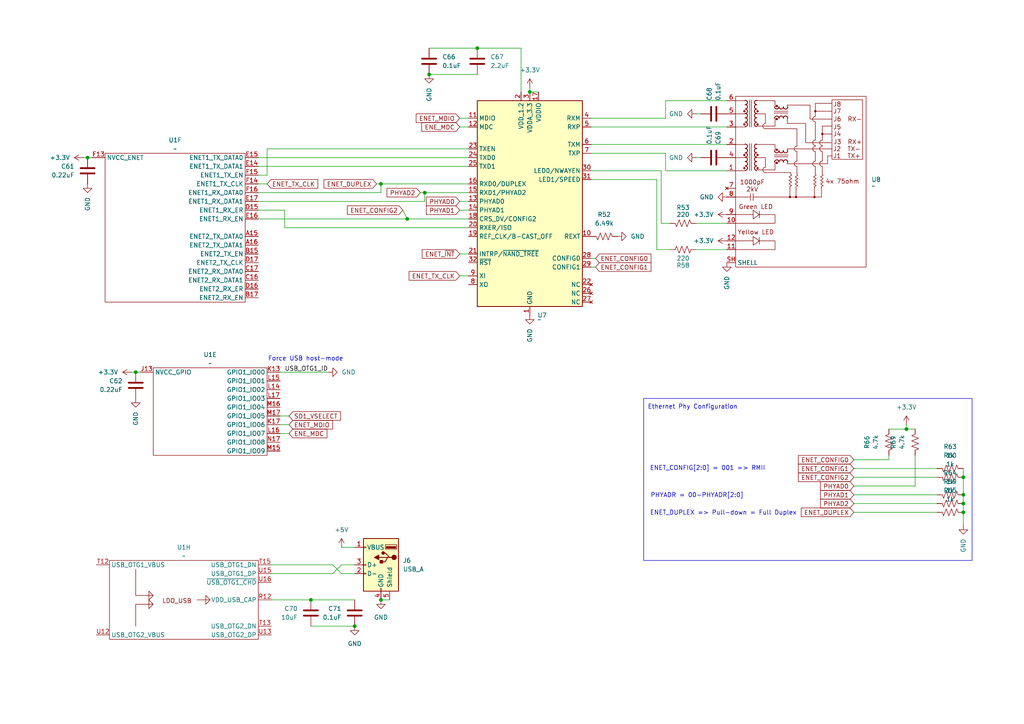
<source format=kicad_sch>
(kicad_sch (version 20231120) (generator "eeschema") (generator_version "8.0")
  (paper "A4")
  (lib_symbols
    (symbol "Connector:USB_A" (pin_names (offset 1.016))
      (property "Reference" "J" (at -5.08 11.43 0))
      (property "Value" "USB_A" (at -5.08 8.89 0))
      (symbol "USB_A_1_1"
        (pin power_in line (at 7.62 5.08 180) (length 2.54) (name "VBUS") (number "1"))
        (pin bidirectional line (at 7.62 -2.54 180) (length 2.54) (name "D-") (number "2"))
        (pin bidirectional line (at 7.62 0 180) (length 2.54) (name "D+") (number "3"))
        (pin power_in line (at 0 -10.16 90) (length 2.54) (name "GND") (number "4"))
        (pin passive line (at -2.54 -10.16 90) (length 2.54) (name "Shield") (number "5"))
      )
    )
    (symbol "Device:C" (pin_numbers hide) (pin_names (offset 0.254))
      (property "Reference" "C" (at 0.635 2.54 0))
      (property "Value" "C" (at 0.635 -2.54 0))
      (symbol "C_1_1"
        (pin passive line (at 0 3.81 270) (length 2.794) (name "~") (number "1"))
        (pin passive line (at 0 -3.81 90) (length 2.794) (name "~") (number "2"))
      )
    )
    (symbol "Device:R_US" (pin_numbers hide) (pin_names (offset 0))
      (property "Reference" "R" (at 2.54 0 90))
      (property "Value" "R_US" (at -2.54 0 90))
      (symbol "R_US_1_1"
        (pin passive line (at 0 3.81 270) (length 1.27) (name "~") (number "1"))
        (pin passive line (at 0 -3.81 90) (length 1.27) (name "~") (number "2"))
      )
    )
    (symbol "imx6:MCIMX6Y2CVM08AB"
      (property "Reference" "U" (at -16.002 20.574 0))
      (symbol "MCIMX6Y2CVM08AB_1_1"
        (text "LDO_1P1" (at 1.016 -2.54 0) (effects (font (size 1.27 1.27))))
        (text "LDO_2P5" (at 1.27 2.54 0) (effects (font (size 1.27 1.27))))
        (text "LDO_ARM_SOC" (at 0.508 10.16 0) (effects (font (size 1.27 1.27))))
        (text "LDO_SNVS" (at 1.016 -8.89 0) (effects (font (size 1.27 1.27))))
        (text "POWER" (at 22.606 -16.256 0) (effects (font (size 1.27 1.27))))
        (pin power_in line (at -25.4 -13.97 0) (length 3.81) (name "VSS") (number "A1"))
        (pin power_in line (at -25.4 -13.97 0) (length 3.81) hide (name "VSS") (number "A17"))
        (pin power_in line (at -25.4 -13.97 0) (length 3.81) hide (name "VSS") (number "C11"))
        (pin power_in line (at -25.4 -13.97 0) (length 3.81) hide (name "VSS") (number "C15"))
        (pin power_in line (at -25.4 -13.97 0) (length 3.81) hide (name "VSS") (number "C3"))
        (pin power_in line (at -25.4 -13.97 0) (length 3.81) hide (name "VSS") (number "C7"))
        (pin power_in line (at -25.4 -13.97 0) (length 3.81) hide (name "VSS") (number "E11"))
        (pin power_in line (at -25.4 -13.97 0) (length 3.81) hide (name "VSS") (number "E8"))
        (pin power_in line (at -25.4 -13.97 0) (length 3.81) hide (name "VSS") (number "F10"))
        (pin power_in line (at -25.4 -13.97 0) (length 3.81) hide (name "VSS") (number "F11"))
        (pin power_in line (at -25.4 -13.97 0) (length 3.81) hide (name "VSS") (number "F12"))
        (pin power_in line (at -25.4 -13.97 0) (length 3.81) hide (name "VSS") (number "F6"))
        (pin power_in line (at -25.4 -13.97 0) (length 3.81) hide (name "VSS") (number "F7"))
        (pin power_in line (at -25.4 -13.97 0) (length 3.81) hide (name "VSS") (number "F8"))
        (pin power_in line (at -25.4 -13.97 0) (length 3.81) hide (name "VSS") (number "F9"))
        (pin power_out line (at 30.48 12.7 180) (length 3.81) hide (name "VDD_ARM_CAP") (number "G10"))
        (pin power_out line (at 30.48 12.7 180) (length 3.81) hide (name "VDD_ARM_CAP") (number "G11"))
        (pin power_in line (at -25.4 -13.97 0) (length 3.81) hide (name "VSS") (number "G12"))
        (pin power_in line (at -25.4 -13.97 0) (length 3.81) hide (name "VSS") (number "G15"))
        (pin power_in line (at -25.4 -13.97 0) (length 3.81) hide (name "VSS") (number "G3"))
        (pin power_in line (at -25.4 -13.97 0) (length 3.81) hide (name "VSS") (number "G5"))
        (pin power_in line (at -25.4 -13.97 0) (length 3.81) hide (name "VSS") (number "G7"))
        (pin power_out line (at 30.48 7.62 180) (length 3.81) (name "VDD_SOC_CAP") (number "G8"))
        (pin power_out line (at 30.48 12.7 180) (length 3.81) (name "VDD_ARM_CAP") (number "G9"))
        (pin power_in line (at -25.4 10.16 0) (length 3.81) hide (name "VDD_SOC_IN") (number "H10"))
        (pin power_out line (at 30.48 12.7 180) (length 3.81) hide (name "VDD_ARM_CAP") (number "H11"))
        (pin power_in line (at -25.4 -13.97 0) (length 3.81) hide (name "VSS") (number "H12"))
        (pin power_in line (at -25.4 -13.97 0) (length 3.81) hide (name "VSS") (number "H7"))
        (pin power_out line (at 30.48 7.62 180) (length 3.81) hide (name "VDD_SOC_CAP") (number "H8"))
        (pin power_in line (at -25.4 10.16 0) (length 3.81) (name "VDD_SOC_IN") (number "H9"))
        (pin power_in line (at -25.4 10.16 0) (length 3.81) hide (name "VDD_SOC_IN") (number "J10"))
        (pin power_out line (at 30.48 7.62 180) (length 3.81) hide (name "VDD_SOC_CAP") (number "J11"))
        (pin power_in line (at -25.4 -13.97 0) (length 3.81) hide (name "VSS") (number "J12"))
        (pin power_in line (at -25.4 -13.97 0) (length 3.81) hide (name "VSS") (number "J5"))
        (pin power_in line (at -25.4 -13.97 0) (length 3.81) hide (name "VSS") (number "J7"))
        (pin power_out line (at 30.48 7.62 180) (length 3.81) hide (name "VDD_SOC_CAP") (number "J8"))
        (pin power_in line (at -25.4 10.16 0) (length 3.81) hide (name "VDD_SOC_IN") (number "J9"))
        (pin power_in line (at -25.4 10.16 0) (length 3.81) hide (name "VDD_SOC_IN") (number "K10"))
        (pin power_out line (at 30.48 7.62 180) (length 3.81) hide (name "VDD_SOC_CAP") (number "K11"))
        (pin power_in line (at -25.4 -13.97 0) (length 3.81) hide (name "VSS") (number "K12"))
        (pin power_in line (at -25.4 -13.97 0) (length 3.81) hide (name "VSS") (number "K7"))
        (pin power_out line (at 30.48 7.62 180) (length 3.81) hide (name "VDD_SOC_CAP") (number "K8"))
        (pin power_in line (at -25.4 10.16 0) (length 3.81) hide (name "VDD_SOC_IN") (number "K9"))
        (pin power_out line (at 30.48 7.62 180) (length 3.81) hide (name "VDD_SOC_CAP") (number "L10"))
        (pin power_out line (at 30.48 7.62 180) (length 3.81) hide (name "VDD_SOC_CAP") (number "L11"))
        (pin power_in line (at -25.4 -13.97 0) (length 3.81) hide (name "VSS") (number "L12"))
        (pin power_in line (at -25.4 -13.97 0) (length 3.81) hide (name "VSS") (number "L3"))
        (pin power_in line (at -25.4 -13.97 0) (length 3.81) hide (name "VSS") (number "L7"))
        (pin power_out line (at 30.48 7.62 180) (length 3.81) hide (name "VDD_SOC_CAP") (number "L8"))
        (pin power_out line (at 30.48 7.62 180) (length 3.81) hide (name "VDD_SOC_CAP") (number "L9"))
        (pin power_in line (at -25.4 -13.97 0) (length 3.81) hide (name "VSS") (number "M10"))
        (pin power_in line (at -25.4 -13.97 0) (length 3.81) hide (name "VSS") (number "M11"))
        (pin power_in line (at -25.4 -16.51 0) (length 3.81) (name "NGND_KEL0") (number "M12"))
        (pin power_in line (at -25.4 -13.97 0) (length 3.81) hide (name "VSS") (number "M7"))
        (pin power_in line (at -25.4 -13.97 0) (length 3.81) hide (name "VSS") (number "M8"))
        (pin power_in line (at -25.4 -13.97 0) (length 3.81) hide (name "VSS") (number "M9"))
        (pin power_out line (at 30.48 -8.89 180) (length 3.81) (name "VDD_SNVS_CAP") (number "N12"))
        (pin power_in line (at -25.4 0 0) (length 3.81) (name "VDD_HIGH_IN") (number "N13"))
        (pin power_in line (at -25.4 -13.97 0) (length 3.81) hide (name "VSS") (number "N3"))
        (pin power_in line (at -25.4 -13.97 0) (length 3.81) hide (name "VSS") (number "N5"))
        (pin power_in line (at -25.4 -8.89 0) (length 3.81) (name "VDD_SNVS_IN") (number "P12"))
        (pin power_out line (at 30.48 -2.54 180) (length 3.81) (name "NVCC_PLL") (number "P13"))
        (pin power_in line (at -25.4 -13.97 0) (length 3.81) hide (name "VSS") (number "R11"))
        (pin power_out line (at 30.48 2.54 180) (length 3.81) (name "VDD_HIGH_CAP") (number "R14"))
        (pin power_out line (at 30.48 2.54 180) (length 3.81) hide (name "VDD_HIGH_CAP") (number "R15"))
        (pin power_in line (at -25.4 -13.97 0) (length 3.81) hide (name "VSS") (number "R16"))
        (pin power_in line (at -25.4 -13.97 0) (length 3.81) hide (name "VSS") (number "R17"))
        (pin power_in line (at -25.4 -13.97 0) (length 3.81) hide (name "VSS") (number "R3"))
        (pin power_in line (at -25.4 -13.97 0) (length 3.81) hide (name "VSS") (number "R5"))
        (pin power_in line (at -25.4 -13.97 0) (length 3.81) hide (name "VSS") (number "R7"))
        (pin power_in line (at -25.4 -13.97 0) (length 3.81) hide (name "VSS") (number "T14"))
        (pin power_in line (at -25.4 -13.97 0) (length 3.81) hide (name "VSS") (number "U1"))
        (pin power_in line (at -25.4 -13.97 0) (length 3.81) hide (name "VSS") (number "U14"))
        (pin power_in line (at -25.4 -13.97 0) (length 3.81) hide (name "VSS") (number "U17"))
      )
      (symbol "MCIMX6Y2CVM08AB_2_1"
        (pin bidirectional line (at 20.32 -43.18 180) (length 3.81) (name "DRAM_ODT1") (number "F1"))
        (pin output line (at -26.67 -17.78 0) (length 3.81) (name "DRAM_ADDR14") (number "G1"))
        (pin output line (at -26.67 2.54 0) (length 3.81) (name "DRAM_ADDR06") (number "G2"))
        (pin passive line (at -26.67 -60.96 0) (length 3.81) (name "DRAM_RESET") (number "G4"))
        (pin power_in line (at 20.32 -58.42 180) (length 3.81) (name "NVCC_DRAM") (number "G6"))
        (pin output line (at -26.67 -27.94 0) (length 3.81) (name "DRAM_SDBA1") (number "H1"))
        (pin output line (at -26.67 15.24 0) (length 3.81) (name "DRAM_ADDR01") (number "H2"))
        (pin output line (at -26.67 -15.24 0) (length 3.81) (name "DRAM_ADDR13") (number "H3"))
        (pin output line (at -26.67 0 0) (length 3.81) (name "DRAM_ADDR07") (number "H4"))
        (pin output line (at -26.67 -38.1 0) (length 3.81) (name "~{DRAM_CS1}") (number "H5"))
        (pin power_in line (at 20.32 -58.42 180) (length 3.81) hide (name "NVCC_DRAM") (number "H6"))
        (pin output line (at -26.67 -48.26 0) (length 3.81) (name "~{DRAM_SDWE}") (number "J1"))
        (pin output line (at -26.67 -45.72 0) (length 3.81) (name "~{DRAM_CAS}") (number "J2"))
        (pin passive line (at 20.32 -50.8 180) (length 3.81) (name "DRAM_SDCKE1") (number "J3"))
        (pin output line (at -26.67 -2.54 0) (length 3.81) (name "DRAM_ADDR08") (number "J4"))
        (pin power_in line (at 20.32 -58.42 180) (length 3.81) hide (name "NVCC_DRAM") (number "J6"))
        (pin output line (at -26.67 12.7 0) (length 3.81) (name "DRAM_ADDR02") (number "K1"))
        (pin output line (at -26.67 -30.48 0) (length 3.81) (name "DRAM_SDBA2") (number "K2"))
        (pin output line (at -26.67 -10.16 0) (length 3.81) (name "DRAM_ADDR11") (number "K3"))
        (pin output line (at -26.67 7.62 0) (length 3.81) (name "DRAM_ADDR04") (number "K4"))
        (pin output line (at -26.67 -20.32 0) (length 3.81) (name "DRAM_ADDR15") (number "K5"))
        (pin power_in line (at 20.32 -58.42 180) (length 3.81) hide (name "NVCC_DRAM") (number "K6"))
        (pin output line (at -26.67 5.08 0) (length 3.81) (name "DRAM_ADDR05") (number "L1"))
        (pin output line (at -26.67 -5.08 0) (length 3.81) (name "DRAM_ADDR09") (number "L2"))
        (pin output line (at -26.67 -12.7 0) (length 3.81) (name "DRAM_ADDR12") (number "L4"))
        (pin output line (at -26.67 17.78 0) (length 3.81) (name "DRAM_ADDR00") (number "L5"))
        (pin power_in line (at 20.32 -58.42 180) (length 3.81) hide (name "NVCC_DRAM") (number "L6"))
        (pin output line (at -26.67 -25.4 0) (length 3.81) (name "DRAM_SDBA0") (number "M1"))
        (pin output line (at -26.67 10.16 0) (length 3.81) (name "DRAM_ADDR03") (number "M2"))
        (pin passive line (at 20.32 -53.34 180) (length 3.81) (name "DRAM_SDCKE0") (number "M3"))
        (pin output line (at -26.67 -7.62 0) (length 3.81) (name "DRAM_ADDR10") (number "M4"))
        (pin output line (at -26.67 -43.18 0) (length 3.81) (name "~{DRAM_RAS}") (number "M5"))
        (pin power_in line (at 20.32 -58.42 180) (length 3.81) hide (name "NVCC_DRAM") (number "M6"))
        (pin bidirectional line (at 20.32 -45.72 180) (length 3.81) (name "DRAM_ODT0") (number "N1"))
        (pin output line (at -26.67 -35.56 0) (length 3.81) (name "~{DRAM_CS0}") (number "N2"))
        (pin passive line (at -26.67 -66.04 0) (length 3.81) (name "DRAM_ZQPAD") (number "N4"))
        (pin power_in line (at -26.67 -71.12 0) (length 3.81) (name "NVCC_DRAM_2P5") (number "N6"))
        (pin output line (at -26.67 -53.34 0) (length 3.81) (name "DRAM_SDCLK0_P") (number "P1"))
        (pin output line (at -26.67 -55.88 0) (length 3.81) (name "DRAM_SDCLK0_N") (number "P2"))
        (pin bidirectional line (at 20.32 -25.4 180) (length 3.81) (name "DRAM_DATA13") (number "P3"))
        (pin power_in line (at -26.67 -76.2 0) (length 3.81) (name "DRAM_VREF") (number "P4"))
        (pin bidirectional line (at 20.32 -22.86 180) (length 3.81) (name "DRAM_DATA12") (number "P5"))
        (pin bidirectional line (at 20.32 -2.54 180) (length 3.81) (name "DRAM_SDQS0_P") (number "P6"))
        (pin bidirectional line (at 20.32 -5.08 180) (length 3.81) (name "DRAM_SDQS0_N") (number "P7"))
        (pin bidirectional line (at 20.32 -30.48 180) (length 3.81) (name "DRAM_DATA15") (number "R1"))
        (pin bidirectional line (at 20.32 -27.94 180) (length 3.81) (name "DRAM_DATA14") (number "R2"))
        (pin bidirectional line (at 20.32 -20.32 180) (length 3.81) (name "DRAM_DATA11") (number "R4"))
        (pin bidirectional line (at 20.32 -33.02 180) (length 3.81) (name "DRAM_SDQS1_P") (number "T1"))
        (pin bidirectional line (at 20.32 -35.56 180) (length 3.81) (name "DRAM_SDQS1_N") (number "T2"))
        (pin bidirectional line (at 20.32 -38.1 180) (length 3.81) (name "DRAM_DQM1") (number "T3"))
        (pin bidirectional line (at 20.32 17.78 180) (length 3.81) (name "DRAM_DATA00") (number "T4"))
        (pin bidirectional line (at 20.32 2.54 180) (length 3.81) (name "DRAM_DATA06") (number "T5"))
        (pin bidirectional line (at 20.32 12.7 180) (length 3.81) (name "DRAM_DATA02") (number "T6"))
        (pin bidirectional line (at 20.32 -7.62 180) (length 3.81) (name "DRAM_DQM0") (number "T7"))
        (pin bidirectional line (at 20.32 5.08 180) (length 3.81) (name "DRAM_DATA05") (number "T8"))
        (pin bidirectional line (at 20.32 -12.7 180) (length 3.81) (name "DRAM_DATA08") (number "U2"))
        (pin bidirectional line (at 20.32 -15.24 180) (length 3.81) (name "DRAM_DATA09") (number "U3"))
        (pin bidirectional line (at 20.32 0 180) (length 3.81) (name "DRAM_DATA07") (number "U4"))
        (pin bidirectional line (at 20.32 -17.78 180) (length 3.81) (name "DRAM_DATA10") (number "U5"))
        (pin bidirectional line (at 20.32 15.24 180) (length 3.81) (name "DRAM_DATA01") (number "U6"))
        (pin bidirectional line (at 20.32 10.16 180) (length 3.81) (name "DRAM_DATA03") (number "U7"))
        (pin bidirectional line (at 20.32 7.62 180) (length 3.81) (name "DRAM_DATA04") (number "U8"))
      )
      (symbol "MCIMX6Y2CVM08AB_3_1"
        (pin passive line (at 16.51 -5.08 180) (length 3.81) (name "~{NAND_READY}") (number "A3"))
        (pin passive line (at 16.51 5.08 180) (length 3.81) (name "NAND_CLE") (number "A4"))
        (pin passive line (at 16.51 -30.48 180) (length 3.81) (name "NAND_DATA07") (number "A5"))
        (pin passive line (at 16.51 -27.94 180) (length 3.81) (name "NAND_DATA06") (number "A6"))
        (pin passive line (at 16.51 -17.78 180) (length 3.81) (name "NAND_DATA02") (number "A7"))
        (pin passive line (at 16.51 7.62 180) (length 3.81) (name "NAND_ALE") (number "B4"))
        (pin passive line (at 16.51 12.7 180) (length 3.81) (name "~{NAND_CE1}") (number "B5"))
        (pin passive line (at 16.51 -25.4 180) (length 3.81) (name "NAND_DATA05") (number "B6"))
        (pin passive line (at 16.51 -15.24 180) (length 3.81) (name "NAND_DATA01") (number "B7"))
        (pin passive line (at 16.51 15.24 180) (length 3.81) (name "~{NAND_CE0}") (number "C5"))
        (pin passive line (at 16.51 -22.86 180) (length 3.81) (name "NAND_DATA04") (number "C6"))
        (pin passive line (at 16.51 0 180) (length 3.81) (name "~{NAND_WE}") (number "C8"))
        (pin passive line (at 16.51 -2.54 180) (length 3.81) (name "~{NAND_WP}") (number "D5"))
        (pin passive line (at 16.51 -20.32 180) (length 3.81) (name "NAND_DATA03") (number "D6"))
        (pin passive line (at 16.51 -12.7 180) (length 3.81) (name "NAND_DATA00") (number "D7"))
        (pin passive line (at 16.51 2.54 180) (length 3.81) (name "~{NAND_RE}") (number "D8"))
        (pin passive line (at 16.51 -7.62 180) (length 3.81) (name "NAND_DQS") (number "E6"))
        (pin power_in line (at -22.86 15.24 0) (length 3.81) (name "NVCC_NAND") (number "E7"))
      )
      (symbol "MCIMX6Y2CVM08AB_4_1"
        (pin passive line (at 10.16 -22.86 180) (length 3.81) (name "CSI_DATA07") (number "D1"))
        (pin passive line (at 10.16 -20.32 180) (length 3.81) (name "CSI_DATA06") (number "D2"))
        (pin passive line (at 10.16 -17.78 180) (length 3.81) (name "CSI_DATA05") (number "D3"))
        (pin passive line (at 10.16 -15.24 180) (length 3.81) (name "CSI_DATA04") (number "D4"))
        (pin passive line (at 10.16 -12.7 180) (length 3.81) (name "CSI_DATA03") (number "E1"))
        (pin passive line (at 10.16 -10.16 180) (length 3.81) (name "CSI_DATA02") (number "E2"))
        (pin passive line (at 10.16 -7.62 180) (length 3.81) (name "CSI_DATA01") (number "E3"))
        (pin passive line (at 10.16 -5.08 180) (length 3.81) (name "CSI_DATA00") (number "E4"))
        (pin passive line (at 10.16 7.62 180) (length 3.81) (name "CSI_PIXCLK") (number "E5"))
        (pin passive line (at 10.16 2.54 180) (length 3.81) (name "CSI_VSYNC") (number "F2"))
        (pin passive line (at 10.16 0 180) (length 3.81) (name "CSI_HSYNC") (number "F3"))
        (pin power_in line (at -30.48 10.16 0) (length 3.81) (name "NVCC_CSI") (number "F4"))
        (pin passive line (at 10.16 10.16 180) (length 3.81) (name "CSI_MCLK") (number "F5"))
      )
      (symbol "MCIMX6Y2CVM08AB_5_1"
        (pin power_in line (at -25.4 12.7 0) (length 3.81) (name "NVCC_GPIO") (number "J13"))
        (pin passive line (at 15.24 12.7 180) (length 3.81) (name "GPIO1_IO00") (number "K13"))
        (pin passive line (at 15.24 -2.54 180) (length 3.81) (name "GPIO1_IO06") (number "K17"))
        (pin passive line (at 15.24 7.62 180) (length 3.81) (name "GPIO1_IO02") (number "L14"))
        (pin passive line (at 15.24 10.16 180) (length 3.81) (name "GPIO1_IO01") (number "L15"))
        (pin passive line (at 15.24 -5.08 180) (length 3.81) (name "GPIO1_IO07") (number "L16"))
        (pin passive line (at 15.24 5.08 180) (length 3.81) (name "GPIO1_IO03") (number "L17"))
        (pin passive line (at 15.24 -10.16 180) (length 3.81) (name "GPIO1_IO09") (number "M15"))
        (pin passive line (at 15.24 2.54 180) (length 3.81) (name "GPIO1_IO04") (number "M16"))
        (pin passive line (at 15.24 0 180) (length 3.81) (name "GPIO1_IO05") (number "M17"))
        (pin passive line (at 15.24 -7.62 180) (length 3.81) (name "GPIO1_IO08") (number "N17"))
      )
      (symbol "MCIMX6Y2CVM08AB_6_1"
        (pin passive line (at 21.59 -7.62 180) (length 3.81) (name "ENET2_TX_DATA0") (number "A15"))
        (pin passive line (at 21.59 -10.16 180) (length 3.81) (name "ENET2_TX_DATA1") (number "A16"))
        (pin passive line (at 21.59 -12.7 180) (length 3.81) (name "ENET2_TX_EN") (number "B15"))
        (pin passive line (at 21.59 -25.4 180) (length 3.81) (name "ENET2_RX_EN") (number "B17"))
        (pin passive line (at 21.59 -20.32 180) (length 3.81) (name "ENET2_RX_DATA1") (number "C16"))
        (pin passive line (at 21.59 -17.78 180) (length 3.81) (name "ENET2_RX_DATA0") (number "C17"))
        (pin passive line (at 21.59 0 180) (length 3.81) (name "ENET1_RX_ER") (number "D15"))
        (pin passive line (at 21.59 -22.86 180) (length 3.81) (name "ENET2_RX_ER") (number "D16"))
        (pin passive line (at 21.59 -15.24 180) (length 3.81) (name "ENET2_TX_CLK") (number "D17"))
        (pin passive line (at 21.59 12.7 180) (length 3.81) (name "ENET1_TX_DATA1") (number "E14"))
        (pin passive line (at 21.59 15.24 180) (length 3.81) (name "ENET1_TX_DATA0") (number "E15"))
        (pin passive line (at 21.59 -2.54 180) (length 3.81) (name "ENET1_RX_EN") (number "E16"))
        (pin passive line (at 21.59 2.54 180) (length 3.81) (name "ENET1_RX_DATA1") (number "E17"))
        (pin power_in line (at -26.67 15.24 0) (length 3.81) (name "NVCC_ENET") (number "F13"))
        (pin passive line (at 21.59 7.62 180) (length 3.81) (name "ENET1_TX_CLK") (number "F14"))
        (pin passive line (at 21.59 10.16 180) (length 3.81) (name "ENET1_TX_EN") (number "F15"))
        (pin passive line (at 21.59 5.08 180) (length 3.81) (name "ENET1_RX_DATA0") (number "F16"))
      )
      (symbol "MCIMX6Y2CVM08AB_7_1"
        (pin passive line (at 16.51 -16.51 180) (length 3.81) (name "LCD_DATA06") (number "A10"))
        (pin passive line (at 16.51 -24.13 180) (length 3.81) (name "LCD_DATA09") (number "A11"))
        (pin passive line (at 16.51 -36.83 180) (length 3.81) (name "LCD_DATA14") (number "A12"))
        (pin passive line (at 16.51 -46.99 180) (length 3.81) (name "LCD_DATA18") (number "A13"))
        (pin passive line (at 16.51 -57.15 180) (length 3.81) (name "LCD_DATA22") (number "A14"))
        (pin output line (at 16.51 16.51 180) (length 3.81) (name "LCD_CLK") (number "A8"))
        (pin passive line (at 16.51 -3.81 180) (length 3.81) (name "LCD_DATA01") (number "A9"))
        (pin passive line (at 16.51 -13.97 180) (length 3.81) (name "LCD_DATA05") (number "B10"))
        (pin passive line (at 16.51 -21.59 180) (length 3.81) (name "LCD_DATA08") (number "B11"))
        (pin passive line (at 16.51 -34.29 180) (length 3.81) (name "LCD_DATA13") (number "B12"))
        (pin passive line (at 16.51 -44.45 180) (length 3.81) (name "LCD_DATA17") (number "B13"))
        (pin passive line (at 16.51 -54.61 180) (length 3.81) (name "LCD_DATA21") (number "B14"))
        (pin passive line (at 16.51 -59.69 180) (length 3.81) (name "LCD_DATA23") (number "B16"))
        (pin output line (at 16.51 11.43 180) (length 3.81) (name "LCD_ENABLE") (number "B8"))
        (pin passive line (at 16.51 -1.27 180) (length 3.81) (name "LCD_DATA00") (number "B9"))
        (pin passive line (at 16.51 -11.43 180) (length 3.81) (name "LCD_DATA04") (number "C10"))
        (pin passive line (at 16.51 -31.75 180) (length 3.81) (name "LCD_DATA12") (number "C12"))
        (pin passive line (at 16.51 -41.91 180) (length 3.81) (name "LCD_DATA16") (number "C13"))
        (pin passive line (at 16.51 -52.07 180) (length 3.81) (name "LCD_DATA20") (number "C14"))
        (pin output line (at 16.51 6.35 180) (length 3.81) (name "LCD_VSYNC") (number "C9"))
        (pin passive line (at 16.51 -8.89 180) (length 3.81) (name "LCD_DATA03") (number "D10"))
        (pin passive line (at 16.51 -19.05 180) (length 3.81) (name "LCD_DATA07") (number "D11"))
        (pin passive line (at 16.51 -29.21 180) (length 3.81) (name "LCD_DATA11") (number "D12"))
        (pin passive line (at 16.51 -39.37 180) (length 3.81) (name "LCD_DATA15") (number "D13"))
        (pin passive line (at 16.51 -49.53 180) (length 3.81) (name "LCD_DATA19") (number "D14"))
        (pin output line (at 16.51 8.89 180) (length 3.81) (name "LCD_HSYNC") (number "D9"))
        (pin passive line (at 16.51 -6.35 180) (length 3.81) (name "LCD_DATA02") (number "E10"))
        (pin passive line (at 16.51 -26.67 180) (length 3.81) (name "LCD_DATA10") (number "E12"))
        (pin power_in line (at -19.05 16.51 0) (length 3.81) (name "NVCC_LCD") (number "E13"))
        (pin output line (at 16.51 3.81 180) (length 3.81) (name "LCD_RESET") (number "E9"))
      )
      (symbol "MCIMX6Y2CVM08AB_8_1"
        (text "LDO_USB" (at -3.302 -4.064 0) (effects (font (size 1.27 1.27))))
        (pin power_out line (at 24.13 -3.81 180) (length 3.81) (name "VDD_USB_CAP") (number "R12"))
        (pin power_in line (at -26.67 6.35 0) (length 3.81) (name "USB_OTG1_VBUS") (number "T12"))
        (pin passive line (at 24.13 -11.43 180) (length 3.81) (name "USB_OTG2_DN") (number "T13"))
        (pin passive line (at 24.13 6.35 180) (length 3.81) (name "USB_OTG1_DN") (number "T15"))
        (pin power_in line (at -26.67 -13.97 0) (length 3.81) (name "USB_OTG2_VBUS") (number "U12"))
        (pin passive line (at 24.13 -13.97 180) (length 3.81) (name "USB_OTG2_DP") (number "U13"))
        (pin passive line (at 24.13 3.81 180) (length 3.81) (name "USB_OTG1_DP") (number "U15"))
        (pin passive line (at 24.13 1.27 180) (length 3.81) (name "~{USB_OTG1_CHD}") (number "U16"))
      )
      (symbol "MCIMX6Y2CVM08AB_9_1"
        (pin passive line (at 13.97 -10.16 180) (length 3.81) (name "SD1_DATA3") (number "A2"))
        (pin passive line (at 13.97 -7.62 180) (length 3.81) (name "SD1_DATA2") (number "B1"))
        (pin passive line (at 13.97 -5.08 180) (length 3.81) (name "SD1_DATA1") (number "B2"))
        (pin passive line (at 13.97 -2.54 180) (length 3.81) (name "SD1_DATA0") (number "B3"))
        (pin passive line (at 13.97 5.08 180) (length 3.81) (name "SD1_CLK") (number "C1"))
        (pin passive line (at 13.97 2.54 180) (length 3.81) (name "SD1_CMD") (number "C2"))
        (pin power_in line (at -24.13 5.08 0) (length 3.81) (name "NVCC_SD1") (number "C4"))
      )
      (symbol "MCIMX6Y2CVM08AB_10_1"
        (pin power_in line (at -17.78 1.27 0) (length 3.81) (name "VDDA_ADC_3P3") (number "L13"))
        (pin power_in line (at -17.78 -3.81 0) (length 3.81) (name "ADC_VREFH") (number "M13"))
      )
      (symbol "MCIMX6Y2CVM08AB_11_1"
        (pin passive line (at 24.13 -59.69 180) (length 3.81) (name "UART5_TX_DATA") (number "F17"))
        (pin passive line (at 24.13 -62.23 180) (length 3.81) (name "UART5_RX_DATA") (number "G13"))
        (pin passive line (at 24.13 -44.45 180) (length 3.81) (name "~{UART3_RTS}") (number "G14"))
        (pin passive line (at 24.13 -54.61 180) (length 3.81) (name "UART4_RX_DATA") (number "G16"))
        (pin passive line (at 24.13 -52.07 180) (length 3.81) (name "UART4_TX_DATA") (number "G17"))
        (pin power_in line (at 24.13 -8.89 180) (length 3.81) (name "NVCC_UART") (number "H13"))
        (pin passive line (at 24.13 -31.75 180) (length 3.81) (name "~{UART2_RTS}") (number "H14"))
        (pin passive line (at 24.13 -46.99 180) (length 3.81) (name "~{UART3_CTS}") (number "H15"))
        (pin passive line (at 24.13 -41.91 180) (length 3.81) (name "UART3_RX_DATA") (number "H16"))
        (pin passive line (at 24.13 -39.37 180) (length 3.81) (name "UART3_TX_DATA") (number "H17"))
        (pin passive line (at 24.13 -19.05 180) (length 3.81) (name "~{UART1_RTS}") (number "J14"))
        (pin passive line (at 24.13 -34.29 180) (length 3.81) (name "~{UART2_CTS}") (number "J15"))
        (pin passive line (at 24.13 -29.21 180) (length 3.81) (name "UART2_RX_DATA") (number "J16"))
        (pin passive line (at 24.13 -26.67 180) (length 3.81) (name "UART2_TX_DATA") (number "J17"))
        (pin passive line (at 24.13 -13.97 180) (length 3.81) (name "UART1_TX_DATA") (number "K14"))
        (pin passive line (at 24.13 -21.59 180) (length 3.81) (name "~{UART1_CTS}") (number "K15"))
        (pin passive line (at 24.13 -16.51 180) (length 3.81) (name "UART1_RX_DATA") (number "K16"))
        (pin passive line (at 24.13 16.51 180) (length 3.81) (name "JTAG_TCK") (number "M14"))
        (pin passive line (at -21.59 -19.05 0) (length 3.81) (name "SNVS_TAMPER7") (number "N10"))
        (pin passive line (at -21.59 -16.51 0) (length 3.81) (name "SNVS_TAMPER6") (number "N11"))
        (pin passive line (at 24.13 6.35 180) (length 3.81) (name "~{JTAG_TRST}") (number "N14"))
        (pin passive line (at 24.13 8.89 180) (length 3.81) (name "JTAG_TDO") (number "N15"))
        (pin passive line (at 24.13 11.43 180) (length 3.81) (name "JTAG_TDI") (number "N16"))
        (pin passive line (at -21.59 3.81 0) (length 3.81) (name "TEST_MODE") (number "N7"))
        (pin passive line (at -21.59 -13.97 0) (length 3.81) (name "SNVS_TAMPER5") (number "N8"))
        (pin passive line (at -21.59 -21.59 0) (length 3.81) (name "SNVS_TAMPER8") (number "N9"))
        (pin passive line (at -21.59 -8.89 0) (length 3.81) (name "SNVS_TAMPER3") (number "P10"))
        (pin passive line (at -21.59 -6.35 0) (length 3.81) (name "SNVS_TAMPER2") (number "P11"))
        (pin passive line (at 24.13 13.97 180) (length 3.81) (name "JTAG_TMS") (number "P14"))
        (pin passive line (at 24.13 3.81 180) (length 3.81) (name "JTAG_MOD") (number "P15"))
        (pin passive line (at 24.13 -1.27 180) (length 3.81) (name "CCM_CLK1_N") (number "P16"))
        (pin passive line (at 24.13 -3.81 180) (length 3.81) (name "CCM_CLK1_P") (number "P17"))
        (pin passive line (at -21.59 13.97 0) (length 3.81) (name "~{POR}") (number "P8"))
        (pin passive line (at -21.59 -11.43 0) (length 3.81) (name "SNVS_TAMPER4") (number "P9"))
        (pin passive line (at -21.59 -1.27 0) (length 3.81) (name "SNVS_TAMPER0") (number "R10"))
        (pin passive line (at -21.59 -52.07 0) (length 3.81) (name "GPANIO") (number "R13"))
        (pin passive line (at -21.59 -24.13 0) (length 3.81) (name "SNVS_TAMPER9") (number "R6"))
        (pin passive line (at -21.59 16.51 0) (length 3.81) (name "ONOFF") (number "R8"))
        (pin passive line (at -21.59 -3.81 0) (length 3.81) (name "SNVS_TAMPER1") (number "R9"))
        (pin passive line (at -21.59 8.89 0) (length 3.81) (name "BOOT_MODE0") (number "T10"))
        (pin passive line (at -21.59 -44.45 0) (length 3.81) (name "RTC_XTALI") (number "T11"))
        (pin passive line (at -21.59 -36.83 0) (length 3.81) (name "XTALI") (number "T16"))
        (pin passive line (at -21.59 -39.37 0) (length 3.81) (name "XTALO") (number "T17"))
        (pin passive line (at -21.59 -31.75 0) (length 3.81) (name "SNVS_PMIC_ON_REQ") (number "T9"))
        (pin passive line (at -21.59 6.35 0) (length 3.81) (name "BOOT_MODE1") (number "U10"))
        (pin passive line (at -21.59 -46.99 0) (length 3.81) (name "RTC_XTALO") (number "U11"))
        (pin passive line (at -21.59 -29.21 0) (length 3.81) (name "CCM_PMIC_STBY_REQ") (number "U9"))
      )
    )
    (symbol "imx6_test:HR911105A"
      (property "Reference" "U" (at -16.51 23.114 0))
      (symbol "HR911105A_1_1"
        (text "1000pF\n2kV" (at -12.954 -4.318 0) (effects (font (size 1.27 1.27))))
        (text "4x 75ohm" (at 13.208 -3.048 0) (effects (font (size 1.27 1.27))))
        (text "Green LED" (at -11.938 -10.414 0) (effects (font (size 1.27 1.27))))
        (text "J1  TX+" (at 14.478 4.318 0) (effects (font (size 1.27 1.27))))
        (text "J2  TX-" (at 14.478 6.35 0) (effects (font (size 1.27 1.27))))
        (text "J3  RX+" (at 14.732 8.382 0) (effects (font (size 1.27 1.27))))
        (text "J4" (at 11.684 10.668 0) (effects (font (size 1.27 1.27))))
        (text "J5" (at 11.684 12.7 0) (effects (font (size 1.27 1.27))))
        (text "J6  RX-" (at 14.732 14.986 0) (effects (font (size 1.27 1.27))))
        (text "J7" (at 11.684 17.272 0) (effects (font (size 1.27 1.27))))
        (text "J8" (at 11.684 19.304 0) (effects (font (size 1.27 1.27))))
        (text "Yellow LED" (at -11.938 -17.78 0) (effects (font (size 1.27 1.27))))
        (pin passive line (at -20.32 0 0) (length 2.54) (name "") (number "1"))
        (pin passive line (at -20.32 -15.24 0) (length 2.54) (name "") (number "10"))
        (pin passive line (at -20.32 -22.86 0) (length 2.54) (name "") (number "11"))
        (pin passive line (at -20.32 -20.32 0) (length 2.54) (name "") (number "12"))
        (pin passive line (at -20.32 7.62 0) (length 2.54) (name "") (number "2"))
        (pin passive line (at -20.32 12.7 0) (length 2.54) (name "") (number "3"))
        (pin passive line (at -20.32 3.81 0) (length 2.54) (name "") (number "4"))
        (pin passive line (at -20.32 16.51 0) (length 2.54) (name "") (number "5"))
        (pin passive line (at -20.32 20.32 0) (length 2.54) (name "") (number "6"))
        (pin no_connect line (at -20.32 -5.08 0) (length 2.54) (name "") (number "7"))
        (pin passive line (at -20.32 -7.62 0) (length 2.54) (name "") (number "8"))
        (pin passive line (at -20.32 -12.7 0) (length 2.54) (name "") (number "9"))
        (pin passive line (at -20.32 -26.67 0) (length 2.54) (name "SHELL") (number "SH"))
      )
    )
    (symbol "imx6_test:KSZ8081RNBIA"
      (property "Reference" "U" (at -49.784 48.514 0))
      (symbol "KSZ8081RNBIA_1_1"
        (pin passive line (at 0 -36.83 90) (length 2.54) (name "GND") (number "1"))
        (pin passive line (at 17.78 -13.97 180) (length 2.54) (name "REXT") (number "10"))
        (pin bidirectional line (at -17.78 20.32 0) (length 2.54) (name "MDIO") (number "11"))
        (pin input line (at -17.78 17.78 0) (length 2.54) (name "MDC") (number "12"))
        (pin bidirectional line (at -17.78 -3.81 0) (length 2.54) (name "PHYAD0") (number "13"))
        (pin bidirectional line (at -17.78 -6.35 0) (length 2.54) (name "PHYAD1") (number "14"))
        (pin bidirectional line (at -17.78 -1.27 0) (length 2.54) (name "RXD1/PHYAD2") (number "15"))
        (pin bidirectional line (at -17.78 1.27 0) (length 2.54) (name "RXD0/DUPLEX") (number "16"))
        (pin power_in line (at 2.54 27.94 270) (length 2.54) (name "VDDIO") (number "17"))
        (pin bidirectional line (at -17.78 -8.89 0) (length 2.54) (name "CRS_DV/CONFIG2") (number "18"))
        (pin passive line (at -17.78 -13.97 0) (length 2.54) (name "REF_CLK/B-CAST_OFF") (number "19"))
        (pin power_out line (at -2.54 27.94 270) (length 2.54) (name "VDD_1.2") (number "2"))
        (pin bidirectional line (at -17.78 -11.43 0) (length 2.54) (name "RXER/ISO") (number "20"))
        (pin bidirectional line (at -17.78 -19.05 0) (length 2.54) (name "INTRP/~{NAND_TREE}") (number "21"))
        (pin no_connect line (at 17.78 -27.94 180) (length 2.54) (name "NC") (number "22"))
        (pin input line (at -17.78 11.43 0) (length 2.54) (name "TXEN") (number "23"))
        (pin input line (at -17.78 8.89 0) (length 2.54) (name "TXD0") (number "24"))
        (pin input line (at -17.78 6.35 0) (length 2.54) (name "TXD1") (number "25"))
        (pin no_connect line (at 17.78 -30.48 180) (length 2.54) (name "NC") (number "26"))
        (pin no_connect line (at 17.78 -33.02 180) (length 2.54) (name "NC") (number "27"))
        (pin bidirectional line (at 17.78 -20.32 180) (length 2.54) (name "CONFIG0") (number "28"))
        (pin bidirectional line (at 17.78 -22.86 180) (length 2.54) (name "CONFIG1") (number "29"))
        (pin power_in line (at 0 27.94 270) (length 2.54) (name "VDDA_3.3") (number "3"))
        (pin bidirectional line (at 17.78 5.08 180) (length 2.54) (name "LED0/NWAYEN") (number "30"))
        (pin bidirectional line (at 17.78 2.54 180) (length 2.54) (name "LED1/SPEED") (number "31"))
        (pin input line (at -17.78 -21.59 0) (length 2.54) (name "~{RST}") (number "32"))
        (pin bidirectional line (at 17.78 20.32 180) (length 2.54) (name "RXM") (number "4"))
        (pin bidirectional line (at 17.78 17.78 180) (length 2.54) (name "RXP") (number "5"))
        (pin bidirectional line (at 17.78 12.7 180) (length 2.54) (name "TXM") (number "6"))
        (pin bidirectional line (at 17.78 10.16 180) (length 2.54) (name "TXP") (number "7"))
        (pin output line (at -17.78 -27.94 0) (length 2.54) (name "XO") (number "8"))
        (pin input line (at -17.78 -25.4 0) (length 2.54) (name "XI") (number "9"))
      )
    )
    (symbol "power:+3.3V" (power) (pin_numbers hide) (pin_names (offset 0) hide)
      (property "Value" "+3.3V" (at 0 3.556 0))
      (symbol "+3.3V_1_1"
        (pin power_in line (at 0 0 90) (length 0) (name "~") (number "1"))
      )
    )
    (symbol "power:+5V" (power) (pin_numbers hide) (pin_names (offset 0) hide)
      (property "Value" "+5V" (at 0 3.556 0))
      (symbol "+5V_1_1"
        (pin power_in line (at 0 0 90) (length 0) (name "~") (number "1"))
      )
    )
    (symbol "power:GND" (power) (pin_numbers hide) (pin_names (offset 0) hide)
      (property "Value" "GND" (at 0 -3.81 0))
      (symbol "GND_1_1"
        (pin power_in line (at 0 0 270) (length 0) (name "~") (number "1"))
      )
    )
  )
  (junction (at 279.4 148.59))
  (junction (at 138.43 13.97))
  (junction (at 262.89 124.46))
  (junction (at 102.87 181.61))
  (junction (at 124.46 21.59))
  (junction (at 110.49 173.99))
  (junction (at 279.4 143.51))
  (junction (at 123.19 55.88))
  (junction (at 110.49 53.34))
  (junction (at 153.67 26.67))
  (junction (at 118.11 63.5))
  (junction (at 279.4 138.43))
  (junction (at 39.37 107.95))
  (junction (at 279.4 146.05))
  (junction (at 90.17 173.99))
  (junction (at 25.4 45.72))
  (wire (pts (xy 203.2 33.02) (xy 201.93 33.02)))
  (wire (pts (xy 74.93 60.96) (xy 82.55 60.96)))
  (wire (pts (xy 123.19 55.88) (xy 123.19 58.42)))
  (wire (pts (xy 171.45 34.29) (xy 193.04 34.29)))
  (wire (pts (xy 109.22 53.34) (xy 110.49 53.34)))
  (wire (pts (xy 74.93 63.5) (xy 118.11 63.5)))
  (wire (pts (xy 96.52 166.37) (xy 99.06 163.83)))
  (wire (pts (xy 38.1 107.95) (xy 39.37 107.95)))
  (wire (pts (xy 257.81 124.46) (xy 262.89 124.46)))
  (wire (pts (xy 124.46 21.59) (xy 138.43 21.59)))
  (wire (pts (xy 95.25 107.95) (xy 81.28 107.95)))
  (wire (pts (xy 118.11 63.5) (xy 135.89 63.5)))
  (wire (pts (xy 153.67 25.4) (xy 153.67 26.67)))
  (wire (pts (xy 193.04 29.21) (xy 210.82 29.21)))
  (wire (pts (xy 25.4 45.72) (xy 26.67 45.72)))
  (wire (pts (xy 39.37 107.95) (xy 40.64 107.95)))
  (wire (pts (xy 74.93 50.8) (xy 77.47 50.8)))
  (wire (pts (xy 203.2 45.72) (xy 201.93 45.72)))
  (wire (pts (xy 110.49 55.88) (xy 110.49 53.34)))
  (wire (pts (xy 133.35 58.42) (xy 135.89 58.42)))
  (wire (pts (xy 74.93 58.42) (xy 123.19 58.42)))
  (wire (pts (xy 262.89 123.19) (xy 262.89 124.46)))
  (wire (pts (xy 247.65 146.05) (xy 271.78 146.05)))
  (wire (pts (xy 24.13 45.72) (xy 25.4 45.72)))
  (wire (pts (xy 138.43 13.97) (xy 124.46 13.97)))
  (wire (pts (xy 201.93 64.77) (xy 210.82 64.77)))
  (wire (pts (xy 171.45 52.07) (xy 190.5 52.07)))
  (wire (pts (xy 247.65 135.89) (xy 271.78 135.89)))
  (wire (pts (xy 247.65 138.43) (xy 271.78 138.43)))
  (wire (pts (xy 201.93 72.39) (xy 210.82 72.39)))
  (wire (pts (xy 171.45 49.53) (xy 191.77 49.53)))
  (wire (pts (xy 193.04 29.21) (xy 193.04 34.29)))
  (wire (pts (xy 190.5 52.07) (xy 190.5 72.39)))
  (wire (pts (xy 133.35 80.01) (xy 135.89 80.01)))
  (wire (pts (xy 83.82 120.65) (xy 81.28 120.65)))
  (wire (pts (xy 133.35 34.29) (xy 135.89 34.29)))
  (wire (pts (xy 247.65 133.35) (xy 257.81 133.35)))
  (wire (pts (xy 279.4 138.43) (xy 279.4 143.51)))
  (wire (pts (xy 133.35 73.66) (xy 135.89 73.66)))
  (wire (pts (xy 262.89 124.46) (xy 265.43 124.46)))
  (wire (pts (xy 151.13 26.67) (xy 151.13 13.97)))
  (wire (pts (xy 279.4 152.4) (xy 279.4 148.59)))
  (wire (pts (xy 90.17 173.99) (xy 102.87 173.99)))
  (wire (pts (xy 171.45 36.83) (xy 210.82 36.83)))
  (wire (pts (xy 123.19 55.88) (xy 135.89 55.88)))
  (wire (pts (xy 172.72 77.47) (xy 171.45 77.47)))
  (wire (pts (xy 133.35 60.96) (xy 135.89 60.96)))
  (wire (pts (xy 171.45 41.91) (xy 210.82 41.91)))
  (wire (pts (xy 102.87 181.61) (xy 90.17 181.61)))
  (wire (pts (xy 83.82 123.19) (xy 81.28 123.19)))
  (wire (pts (xy 77.47 50.8) (xy 77.47 43.18)))
  (wire (pts (xy 191.77 49.53) (xy 191.77 64.77)))
  (wire (pts (xy 78.74 163.83) (xy 96.52 163.83)))
  (wire (pts (xy 110.49 173.99) (xy 113.03 173.99)))
  (wire (pts (xy 190.5 72.39) (xy 194.31 72.39)))
  (wire (pts (xy 247.65 140.97) (xy 265.43 140.97)))
  (wire (pts (xy 193.04 44.45) (xy 193.04 49.53)))
  (wire (pts (xy 78.74 173.99) (xy 90.17 173.99)))
  (wire (pts (xy 99.06 166.37) (xy 96.52 163.83)))
  (wire (pts (xy 151.13 13.97) (xy 138.43 13.97)))
  (wire (pts (xy 110.49 53.34) (xy 135.89 53.34)))
  (wire (pts (xy 247.65 143.51) (xy 271.78 143.51)))
  (wire (pts (xy 83.82 125.73) (xy 81.28 125.73)))
  (wire (pts (xy 279.4 138.43) (xy 279.4 135.89)))
  (wire (pts (xy 78.74 166.37) (xy 96.52 166.37)))
  (wire (pts (xy 279.4 143.51) (xy 279.4 146.05)))
  (wire (pts (xy 171.45 44.45) (xy 193.04 44.45)))
  (wire (pts (xy 77.47 53.34) (xy 74.93 53.34)))
  (wire (pts (xy 74.93 55.88) (xy 110.49 55.88)))
  (wire (pts (xy 153.67 26.67) (xy 156.21 26.67)))
  (wire (pts (xy 74.93 48.26) (xy 135.89 48.26)))
  (wire (pts (xy 193.04 49.53) (xy 210.82 49.53)))
  (wire (pts (xy 121.92 55.88) (xy 123.19 55.88)))
  (wire (pts (xy 99.06 166.37) (xy 102.87 166.37)))
  (wire (pts (xy 82.55 66.04) (xy 135.89 66.04)))
  (wire (pts (xy 133.35 36.83) (xy 135.89 36.83)))
  (wire (pts (xy 265.43 132.08) (xy 265.43 140.97)))
  (wire (pts (xy 172.72 74.93) (xy 171.45 74.93)))
  (wire (pts (xy 116.84 60.96) (xy 118.11 63.5)))
  (wire (pts (xy 82.55 66.04) (xy 82.55 60.96)))
  (wire (pts (xy 257.81 132.08) (xy 257.81 133.35)))
  (wire (pts (xy 99.06 158.75) (xy 102.87 158.75)))
  (wire (pts (xy 279.4 148.59) (xy 279.4 146.05)))
  (wire (pts (xy 247.65 148.59) (xy 271.78 148.59)))
  (wire (pts (xy 99.06 163.83) (xy 102.87 163.83)))
  (wire (pts (xy 74.93 45.72) (xy 135.89 45.72)))
  (wire (pts (xy 191.77 64.77) (xy 194.31 64.77)))
  (wire (pts (xy 77.47 43.18) (xy 135.89 43.18)))
  (rectangle (start 186.69 115.57) (end 281.94 162.56))
  (text "PHYADR = 00-PHYADR[2:0]" (at 202.184 143.764 0) (effects (font (size 1.27 1.27))))
  (text "ENET_CONFIG[2:0] = 001 => RMII" (at 205.232 135.89 0) (effects (font (size 1.27 1.27))))
  (text "Force USB host-mode" (at 88.646 104.14 0) (effects (font (size 1.27 1.27))))
  (text "Ethernet Phy Configuration" (at 200.914 118.11 0) (effects (font (size 1.27 1.27))))
  (text "ENET_DUPLEX => Pull-down = Full Duplex" (at 209.804 148.844 0) (effects (font (size 1.27 1.27))))
  (label "USB_OTG1_ID" (at 82.55 107.95 0))
  (global_label "PHYAD0" (shape input) (at 247.65 140.97 180) (property "Intersheetrefs" "${INTERSHEET_REFS}" (effects (hide yes))))
  (global_label "ENET_~{INT}" (shape input) (at 133.35 73.66 180) (property "Intersheetrefs" "${INTERSHEET_REFS}" (effects (hide yes))))
  (global_label "ENET_MDIO" (shape input) (at 133.35 34.29 180) (property "Intersheetrefs" "${INTERSHEET_REFS}" (effects (hide yes))))
  (global_label "ENET_CONFIG2" (shape input) (at 116.84 60.96 180) (property "Intersheetrefs" "${INTERSHEET_REFS}" (effects (hide yes))))
  (global_label "ENE_MDC" (shape input) (at 133.35 36.83 180) (property "Intersheetrefs" "${INTERSHEET_REFS}" (effects (hide yes))))
  (global_label "ENET_DUPLEX" (shape input) (at 247.65 148.59 180) (property "Intersheetrefs" "${INTERSHEET_REFS}" (effects (hide yes))))
  (global_label "ENET_CONFIG2" (shape input) (at 247.65 138.43 180) (property "Intersheetrefs" "${INTERSHEET_REFS}" (effects (hide yes))))
  (global_label "ENET_DUPLEX" (shape input) (at 109.22 53.34 180) (property "Intersheetrefs" "${INTERSHEET_REFS}" (effects (hide yes))))
  (global_label "ENE_MDC" (shape input) (at 83.82 125.73 0) (property "Intersheetrefs" "${INTERSHEET_REFS}" (effects (hide yes))))
  (global_label "ENET_CONFIG1" (shape input) (at 172.72 77.47 0) (property "Intersheetrefs" "${INTERSHEET_REFS}" (effects (hide yes))))
  (global_label "ENET_CONFIG0" (shape input) (at 172.72 74.93 0) (property "Intersheetrefs" "${INTERSHEET_REFS}" (effects (hide yes))))
  (global_label "ENET_MDIO" (shape input) (at 83.82 123.19 0) (property "Intersheetrefs" "${INTERSHEET_REFS}" (effects (hide yes))))
  (global_label "ENET_CONFIG1" (shape input) (at 247.65 135.89 180) (property "Intersheetrefs" "${INTERSHEET_REFS}" (effects (hide yes))))
  (global_label "ENET_TX_CLK" (shape input) (at 77.47 53.34 0) (property "Intersheetrefs" "${INTERSHEET_REFS}" (effects (hide yes))))
  (global_label "SD1_VSELECT" (shape input) (at 83.82 120.65 0) (property "Intersheetrefs" "${INTERSHEET_REFS}" (effects (hide yes))))
  (global_label "PHYAD0" (shape input) (at 133.35 58.42 180) (property "Intersheetrefs" "${INTERSHEET_REFS}" (effects (hide yes))))
  (global_label "PHYAD2" (shape input) (at 121.92 55.88 180) (property "Intersheetrefs" "${INTERSHEET_REFS}" (effects (hide yes))))
  (global_label "PHYAD1" (shape input) (at 247.65 143.51 180) (property "Intersheetrefs" "${INTERSHEET_REFS}" (effects (hide yes))))
  (global_label "ENET_TX_CLK" (shape input) (at 133.35 80.01 180) (property "Intersheetrefs" "${INTERSHEET_REFS}" (effects (hide yes))))
  (global_label "ENET_CONFIG0" (shape input) (at 247.65 133.35 180) (property "Intersheetrefs" "${INTERSHEET_REFS}" (effects (hide yes))))
  (global_label "PHYAD1" (shape input) (at 133.35 60.96 180) (property "Intersheetrefs" "${INTERSHEET_REFS}" (effects (hide yes))))
  (global_label "PHYAD2" (shape input) (at 247.65 146.05 180) (property "Intersheetrefs" "${INTERSHEET_REFS}" (effects (hide yes))))
  (symbol (lib_id "Device:R_US") (at 275.59 135.89 270) (mirror x) (unit 1)
    (property "Reference" "R63" (at 275.59 129.54 90))
    (property "Value" "1k" (at 275.59 132.08 90))
    (property "Description" "Resistor, US symbol" (effects (hide yes)))
  )
  (symbol (lib_id "power:+3.3V") (at 153.67 25.4 0) (unit 1)
    (property "Reference" "#PWR076" (effects (hide yes)))
    (property "Value" "+3.3V" (at 153.67 20.32 0))
    (property "Description" "Power symbol creates a global label with name \"+3.3V\"" (effects (hide yes)))
  )
  (symbol (lib_id "power:GND") (at 179.07 68.58 90) (mirror x) (unit 1)
    (property "Reference" "#PWR078" (effects (hide yes)))
    (property "Value" "GND" (at 182.88 68.5799 90) (effects (justify right)))
    (property "Description" "Power symbol creates a global label with name \"GND\" , ground" (effects (hide yes)))
  )
  (symbol (lib_id "Device:C") (at 39.37 111.76 0) (mirror y) (unit 1)
    (property "Reference" "C62" (at 35.56 110.4899 0) (effects (justify left)))
    (property "Value" "0.22uF" (at 35.56 113.0299 0) (effects (justify left)))
    (property "Description" "Unpolarized capacitor" (effects (hide yes)))
  )
  (symbol (lib_id "power:GND") (at 201.93 33.02 270) (mirror x) (unit 1)
    (property "Reference" "#PWR079" (effects (hide yes)))
    (property "Value" "GND" (at 198.12 33.0199 90) (effects (justify right)))
    (property "Description" "Power symbol creates a global label with name \"GND\" , ground" (effects (hide yes)))
  )
  (symbol (lib_id "Device:R_US") (at 257.81 128.27 0) (mirror y) (unit 1)
    (property "Reference" "R66" (at 251.46 128.27 90))
    (property "Value" "4.7k" (at 254 128.27 90))
    (property "Description" "Resistor, US symbol" (effects (hide yes)))
  )
  (symbol (lib_id "power:GND") (at 153.67 91.44 0) (mirror y) (unit 1)
    (property "Reference" "#PWR077" (effects (hide yes)))
    (property "Value" "GND" (at 153.6701 95.25 90) (effects (justify right)))
    (property "Description" "Power symbol creates a global label with name \"GND\" , ground" (effects (hide yes)))
  )
  (symbol (lib_id "power:+3.3V") (at 24.13 45.72 90) (unit 1)
    (property "Reference" "#PWR063" (effects (hide yes)))
    (property "Value" "+3.3V" (at 20.32 45.7199 90) (effects (justify left)))
    (property "Description" "Power symbol creates a global label with name \"+3.3V\"" (effects (hide yes)))
  )
  (symbol (lib_id "power:GND") (at 210.82 57.15 270) (mirror x) (unit 1)
    (property "Reference" "#PWR081" (effects (hide yes)))
    (property "Value" "GND" (at 207.01 57.1499 90) (effects (justify right)))
    (property "Description" "Power symbol creates a global label with name \"GND\" , ground" (effects (hide yes)))
  )
  (symbol (lib_id "power:+3.3V") (at 210.82 62.23 90) (unit 1)
    (property "Reference" "#PWR082" (effects (hide yes)))
    (property "Value" "+3.3V" (at 207.01 62.2299 90) (effects (justify left)))
    (property "Description" "Power symbol creates a global label with name \"+3.3V\"" (effects (hide yes)))
  )
  (symbol (lib_id "imx6:MCIMX6Y2CVM08AB") (at 66.04 120.65 0) (unit 5)
    (property "Reference" "U1" (at 60.96 102.87 0))
    (property "Value" "~" (at 60.96 105.41 0))
    (property "Footprint" "Package_BGA:MAPBGA_14x14mm_Layout17x17_P0.8mm" (effects (hide yes)))
  )
  (symbol (lib_id "power:+3.3V") (at 38.1 107.95 90) (unit 1)
    (property "Reference" "#PWR068" (effects (hide yes)))
    (property "Value" "+3.3V" (at 34.29 107.9499 90) (effects (justify left)))
    (property "Description" "Power symbol creates a global label with name \"+3.3V\"" (effects (hide yes)))
  )
  (symbol (lib_id "Device:R_US") (at 198.12 64.77 270) (mirror x) (unit 1)
    (property "Reference" "R53" (at 198.12 60.198 90))
    (property "Value" "220" (at 198.12 62.23 90))
    (property "Description" "Resistor, US symbol" (effects (hide yes)))
  )
  (symbol (lib_id "Device:C") (at 207.01 45.72 270) (mirror x) (unit 1)
    (property "Reference" "C69" (at 208.2801 41.91 0) (effects (justify left)))
    (property "Value" "0.1uF" (at 205.7401 41.91 0) (effects (justify left)))
    (property "Description" "Unpolarized capacitor" (effects (hide yes)))
  )
  (symbol (lib_id "power:GND") (at 210.82 76.2 0) (mirror y) (unit 1)
    (property "Reference" "#PWR084" (effects (hide yes)))
    (property "Value" "GND" (at 210.8201 80.01 90) (effects (justify right)))
    (property "Description" "Power symbol creates a global label with name \"GND\" , ground" (effects (hide yes)))
  )
  (symbol (lib_id "Device:C") (at 207.01 33.02 90) (unit 1)
    (property "Reference" "C68" (at 205.7399 29.21 0) (effects (justify left)))
    (property "Value" "0.1uF" (at 208.2799 29.21 0) (effects (justify left)))
    (property "Description" "Unpolarized capacitor" (effects (hide yes)))
  )
  (symbol (lib_id "imx6:MCIMX6Y2CVM08AB") (at 54.61 170.18 0) (unit 8)
    (property "Reference" "U1" (at 53.34 158.75 0))
    (property "Value" "~" (at 53.34 161.29 0))
    (property "Footprint" "Package_BGA:MAPBGA_14x14mm_Layout17x17_P0.8mm" (effects (hide yes)))
  )
  (symbol (lib_id "Device:C") (at 25.4 49.53 0) (mirror y) (unit 1)
    (property "Reference" "C61" (at 21.59 48.2599 0) (effects (justify left)))
    (property "Value" "0.22uF" (at 21.59 50.7999 0) (effects (justify left)))
    (property "Description" "Unpolarized capacitor" (effects (hide yes)))
  )
  (symbol (lib_id "Device:C") (at 90.17 177.8 0) (mirror y) (unit 1)
    (property "Reference" "C70" (at 86.36 176.5299 0) (effects (justify left)))
    (property "Value" "10uF" (at 86.36 179.0699 0) (effects (justify left)))
    (property "Description" "Unpolarized capacitor" (effects (hide yes)))
  )
  (symbol (lib_id "imx6:MCIMX6Y2CVM08AB") (at 53.34 60.96 0) (unit 6)
    (property "Reference" "U1" (at 50.8 40.64 0))
    (property "Value" "~" (at 50.8 43.18 0))
    (property "Footprint" "Package_BGA:MAPBGA_14x14mm_Layout17x17_P0.8mm" (effects (hide yes)))
  )
  (symbol (lib_id "Device:R_US") (at 265.43 128.27 0) (mirror y) (unit 1)
    (property "Reference" "R69" (at 259.08 128.27 90))
    (property "Value" "4.7k" (at 261.62 128.27 90))
    (property "Description" "Resistor, US symbol" (effects (hide yes)))
  )
  (symbol (lib_id "power:GND") (at 201.93 45.72 270) (mirror x) (unit 1)
    (property "Reference" "#PWR080" (effects (hide yes)))
    (property "Value" "GND" (at 198.12 45.7199 90) (effects (justify right)))
    (property "Description" "Power symbol creates a global label with name \"GND\" , ground" (effects (hide yes)))
  )
  (symbol (lib_id "Connector:USB_A") (at 110.49 163.83 0) (mirror y) (unit 1)
    (property "Reference" "J6" (at 116.84 162.5599 0) (effects (justify right)))
    (property "Value" "USB_A" (at 116.84 165.0999 0) (effects (justify right)))
    (property "Footprint" "Connector_USB:USB_A_Molex_67643_Horizontal" (effects (hide yes)))
    (property "Description" "USB Type A connector" (effects (hide yes)))
  )
  (symbol (lib_id "power:GND") (at 124.46 21.59 0) (mirror y) (unit 1)
    (property "Reference" "#PWR075" (effects (hide yes)))
    (property "Value" "GND" (at 124.4601 25.4 90) (effects (justify right)))
    (property "Description" "Power symbol creates a global label with name \"GND\" , ground" (effects (hide yes)))
  )
  (symbol (lib_id "power:GND") (at 102.87 181.61 0) (mirror y) (unit 1)
    (property "Reference" "#PWR089" (effects (hide yes)))
    (property "Value" "GND" (at 102.87 186.69 0))
    (property "Description" "Power symbol creates a global label with name \"GND\" , ground" (effects (hide yes)))
  )
  (symbol (lib_id "power:GND") (at 39.37 115.57 0) (mirror y) (unit 1)
    (property "Reference" "#PWR069" (effects (hide yes)))
    (property "Value" "GND" (at 39.3701 119.38 90) (effects (justify right)))
    (property "Description" "Power symbol creates a global label with name \"GND\" , ground" (effects (hide yes)))
  )
  (symbol (lib_id "Device:R_US") (at 275.59 143.51 270) (mirror x) (unit 1)
    (property "Reference" "R64" (at 275.59 137.16 90))
    (property "Value" "1k" (at 275.59 139.7 90))
    (property "Description" "Resistor, US symbol" (effects (hide yes)))
  )
  (symbol (lib_id "Device:C") (at 124.46 17.78 0) (mirror y) (unit 1)
    (property "Reference" "C66" (at 128.27 16.5099 0) (effects (justify right)))
    (property "Value" "0.1uF" (at 128.27 19.0499 0) (effects (justify right)))
    (property "Description" "Unpolarized capacitor" (effects (hide yes)))
  )
  (symbol (lib_id "Device:R_US") (at 275.59 148.59 270) (mirror x) (unit 1)
    (property "Reference" "R65" (at 275.59 142.24 90))
    (property "Value" "1k" (at 275.59 144.78 90))
    (property "Description" "Resistor, US symbol" (effects (hide yes)))
  )
  (symbol (lib_id "power:GND") (at 279.4 152.4 0) (mirror y) (unit 1)
    (property "Reference" "#PWR090" (effects (hide yes)))
    (property "Value" "GND" (at 279.4001 156.21 90) (effects (justify right)))
    (property "Description" "Power symbol creates a global label with name \"GND\" , ground" (effects (hide yes)))
  )
  (symbol (lib_id "imx6_test:KSZ8081RNBIA") (at 153.67 54.61 0) (unit 1)
    (property "Reference" "U7" (at 155.8641 91.44 0) (effects (justify left)))
    (property "Value" "~" (at 155.8641 92.71 0) (effects (justify left)))
    (property "Footprint" "Package_DFN_QFN:QFN-32-1EP_5x5mm_P0.5mm_EP3.1x3.1mm" (effects (hide yes)))
  )
  (symbol (lib_id "power:GND") (at 110.49 173.99 0) (mirror y) (unit 1)
    (property "Reference" "#PWR087" (effects (hide yes)))
    (property "Value" "GND" (at 110.49 179.07 0))
    (property "Description" "Power symbol creates a global label with name \"GND\" , ground" (effects (hide yes)))
  )
  (symbol (lib_id "power:GND") (at 25.4 53.34 0) (mirror y) (unit 1)
    (property "Reference" "#PWR064" (effects (hide yes)))
    (property "Value" "GND" (at 25.4001 57.15 90) (effects (justify right)))
    (property "Description" "Power symbol creates a global label with name \"GND\" , ground" (effects (hide yes)))
  )
  (symbol (lib_id "Device:C") (at 138.43 17.78 0) (unit 1)
    (property "Reference" "C67" (at 142.24 16.5099 0) (effects (justify left)))
    (property "Value" "2.2uF" (at 142.24 19.0499 0) (effects (justify left)))
    (property "Description" "Unpolarized capacitor" (effects (hide yes)))
  )
  (symbol (lib_id "Device:R_US") (at 175.26 68.58 270) (mirror x) (unit 1)
    (property "Reference" "R52" (at 175.26 62.23 90))
    (property "Value" "6.49k" (at 175.26 64.77 90))
    (property "Description" "Resistor, US symbol" (effects (hide yes)))
  )
  (symbol (lib_id "Device:R_US") (at 275.59 146.05 270) (mirror x) (unit 1)
    (property "Reference" "R59" (at 275.59 139.7 90))
    (property "Value" "1k" (at 275.59 142.24 90))
    (property "Description" "Resistor, US symbol" (effects (hide yes)))
  )
  (symbol (lib_id "power:+3.3V") (at 262.89 123.19 0) (unit 1)
    (property "Reference" "#PWR091" (effects (hide yes)))
    (property "Value" "+3.3V" (at 262.89 118.11 0))
    (property "Description" "Power symbol creates a global label with name \"+3.3V\"" (effects (hide yes)))
  )
  (symbol (lib_id "Device:R_US") (at 275.59 138.43 270) (mirror x) (unit 1)
    (property "Reference" "R60" (at 275.59 132.08 90))
    (property "Value" "1k" (at 275.59 134.62 90))
    (property "Description" "Resistor, US symbol" (effects (hide yes)))
  )
  (symbol (lib_id "power:+3.3V") (at 210.82 69.85 90) (unit 1)
    (property "Reference" "#PWR083" (effects (hide yes)))
    (property "Value" "+3.3V" (at 207.01 69.8499 90) (effects (justify left)))
    (property "Description" "Power symbol creates a global label with name \"+3.3V\"" (effects (hide yes)))
  )
  (symbol (lib_id "Device:R_US") (at 198.12 72.39 270) (unit 1)
    (property "Reference" "R58" (at 198.12 76.962 90))
    (property "Value" "220" (at 198.12 74.93 90))
    (property "Description" "Resistor, US symbol" (effects (hide yes)))
  )
  (symbol (lib_id "power:+5V") (at 99.06 158.75 0) (unit 1)
    (property "Reference" "#PWR088" (effects (hide yes)))
    (property "Value" "+5V" (at 99.06 153.67 0))
    (property "Description" "Power symbol creates a global label with name \"+5V\"" (effects (hide yes)))
  )
  (symbol (lib_id "imx6_test:HR911105A") (at 231.14 49.53 0) (unit 1)
    (property "Reference" "U8" (at 252.73 52.0699 0) (effects (justify left)))
    (property "Value" "~" (at 252.73 53.975 0) (effects (justify left)))
    (property "Footprint" "imx6test:HR9011105A" (effects (hide yes)))
    (property "Datasheet" "https://www.lcsc.com/datasheet/lcsc_datasheet_2409302333_HANRUN-Zhongshan-HanRun-Elec-HR911105A_C12074.pdf" (effects (hide yes)))
  )
  (symbol (lib_id "power:GND") (at 95.25 107.95 90) (mirror x) (unit 1)
    (property "Reference" "#PWR092" (effects (hide yes)))
    (property "Value" "GND" (at 99.06 107.9499 90) (effects (justify right)))
    (property "Description" "Power symbol creates a global label with name \"GND\" , ground" (effects (hide yes)))
  )
  (symbol (lib_id "Device:C") (at 102.87 177.8 0) (mirror y) (unit 1)
    (property "Reference" "C71" (at 99.06 176.5299 0) (effects (justify left)))
    (property "Value" "0.1uF" (at 99.06 179.0699 0) (effects (justify left)))
    (property "Description" "Unpolarized capacitor" (effects (hide yes)))
  )
)
</source>
